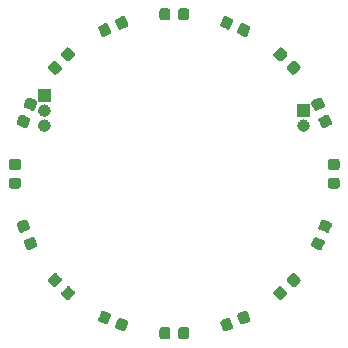
<source format=gbr>
G04 #@! TF.GenerationSoftware,KiCad,Pcbnew,(5.1.6)-1*
G04 #@! TF.CreationDate,2020-07-31T21:11:41-07:00*
G04 #@! TF.ProjectId,LED_Ring,4c45445f-5269-46e6-972e-6b696361645f,rev?*
G04 #@! TF.SameCoordinates,Original*
G04 #@! TF.FileFunction,Soldermask,Bot*
G04 #@! TF.FilePolarity,Negative*
%FSLAX46Y46*%
G04 Gerber Fmt 4.6, Leading zero omitted, Abs format (unit mm)*
G04 Created by KiCad (PCBNEW (5.1.6)-1) date 2020-07-31 21:11:41*
%MOMM*%
%LPD*%
G01*
G04 APERTURE LIST*
%ADD10C,0.100000*%
G04 APERTURE END LIST*
D10*
G36*
X111084497Y-93003799D02*
G01*
X111123107Y-93015511D01*
X111158693Y-93034533D01*
X111189876Y-93060124D01*
X111215467Y-93091307D01*
X111234489Y-93126893D01*
X111246201Y-93165503D01*
X111250400Y-93208141D01*
X111250400Y-93791859D01*
X111246201Y-93834497D01*
X111234489Y-93873107D01*
X111215467Y-93908693D01*
X111189876Y-93939876D01*
X111158693Y-93965467D01*
X111123107Y-93984489D01*
X111084497Y-93996201D01*
X111041859Y-94000400D01*
X110533141Y-94000400D01*
X110490503Y-93996201D01*
X110451893Y-93984489D01*
X110416307Y-93965467D01*
X110385124Y-93939876D01*
X110359533Y-93908693D01*
X110340511Y-93873107D01*
X110328799Y-93834497D01*
X110324600Y-93791859D01*
X110324600Y-93208141D01*
X110328799Y-93165503D01*
X110340511Y-93126893D01*
X110359533Y-93091307D01*
X110385124Y-93060124D01*
X110416307Y-93034533D01*
X110451893Y-93015511D01*
X110490503Y-93003799D01*
X110533141Y-92999600D01*
X111041859Y-92999600D01*
X111084497Y-93003799D01*
G37*
G36*
X109509497Y-93003799D02*
G01*
X109548107Y-93015511D01*
X109583693Y-93034533D01*
X109614876Y-93060124D01*
X109640467Y-93091307D01*
X109659489Y-93126893D01*
X109671201Y-93165503D01*
X109675400Y-93208141D01*
X109675400Y-93791859D01*
X109671201Y-93834497D01*
X109659489Y-93873107D01*
X109640467Y-93908693D01*
X109614876Y-93939876D01*
X109583693Y-93965467D01*
X109548107Y-93984489D01*
X109509497Y-93996201D01*
X109466859Y-94000400D01*
X108958141Y-94000400D01*
X108915503Y-93996201D01*
X108876893Y-93984489D01*
X108841307Y-93965467D01*
X108810124Y-93939876D01*
X108784533Y-93908693D01*
X108765511Y-93873107D01*
X108753799Y-93834497D01*
X108749600Y-93791859D01*
X108749600Y-93208141D01*
X108753799Y-93165503D01*
X108765511Y-93126893D01*
X108784533Y-93091307D01*
X108810124Y-93060124D01*
X108841307Y-93034533D01*
X108876893Y-93015511D01*
X108915503Y-93003799D01*
X108958141Y-92999600D01*
X109466859Y-92999600D01*
X109509497Y-93003799D01*
G37*
G36*
X105476819Y-92201650D02*
G01*
X105517835Y-92214092D01*
X105987819Y-92408765D01*
X106025605Y-92428963D01*
X106056799Y-92454562D01*
X106082388Y-92485743D01*
X106101409Y-92521329D01*
X106113120Y-92559935D01*
X106117075Y-92600085D01*
X106113121Y-92640232D01*
X106100679Y-92681247D01*
X106091917Y-92702400D01*
X106091916Y-92702404D01*
X106079911Y-92731386D01*
X105877305Y-93220522D01*
X105857105Y-93258311D01*
X105831513Y-93289496D01*
X105800323Y-93315093D01*
X105764741Y-93334112D01*
X105726135Y-93345823D01*
X105685985Y-93349778D01*
X105645839Y-93345824D01*
X105604823Y-93333382D01*
X105134839Y-93138709D01*
X105097053Y-93118511D01*
X105065859Y-93092912D01*
X105040270Y-93061731D01*
X105021249Y-93026145D01*
X105009538Y-92987539D01*
X105005583Y-92947389D01*
X105009537Y-92907242D01*
X105021979Y-92866227D01*
X105245353Y-92326952D01*
X105265553Y-92289163D01*
X105291145Y-92257978D01*
X105322335Y-92232381D01*
X105357917Y-92213362D01*
X105396523Y-92201651D01*
X105436673Y-92197696D01*
X105476819Y-92201650D01*
G37*
G36*
X114603477Y-92201651D02*
G01*
X114642083Y-92213362D01*
X114677669Y-92232383D01*
X114708850Y-92257972D01*
X114734449Y-92289166D01*
X114754647Y-92326952D01*
X114978021Y-92866227D01*
X114990463Y-92907243D01*
X114994417Y-92947389D01*
X114990462Y-92987539D01*
X114978751Y-93026145D01*
X114959732Y-93061727D01*
X114934135Y-93092917D01*
X114902950Y-93118509D01*
X114865161Y-93138709D01*
X114395177Y-93333382D01*
X114354162Y-93345824D01*
X114314015Y-93349778D01*
X114273865Y-93345823D01*
X114235259Y-93334112D01*
X114199673Y-93315091D01*
X114168492Y-93289502D01*
X114142893Y-93258308D01*
X114122695Y-93220522D01*
X113920089Y-92731386D01*
X113908084Y-92702404D01*
X113908083Y-92702400D01*
X113899321Y-92681247D01*
X113886879Y-92640231D01*
X113882925Y-92600085D01*
X113886880Y-92559935D01*
X113898591Y-92521329D01*
X113917610Y-92485747D01*
X113943207Y-92454557D01*
X113974392Y-92428965D01*
X114012181Y-92408765D01*
X114482165Y-92214092D01*
X114523180Y-92201650D01*
X114563327Y-92197696D01*
X114603477Y-92201651D01*
G37*
G36*
X116058587Y-91598925D02*
G01*
X116097193Y-91610636D01*
X116132779Y-91629657D01*
X116163960Y-91655246D01*
X116189559Y-91686440D01*
X116209757Y-91724226D01*
X116328586Y-92011106D01*
X116416296Y-92222856D01*
X116433131Y-92263501D01*
X116445573Y-92304517D01*
X116449527Y-92344663D01*
X116445572Y-92384813D01*
X116433861Y-92423419D01*
X116414842Y-92459001D01*
X116389245Y-92490191D01*
X116358060Y-92515783D01*
X116320271Y-92535983D01*
X115850287Y-92730656D01*
X115809272Y-92743098D01*
X115769125Y-92747052D01*
X115728975Y-92743097D01*
X115690369Y-92731386D01*
X115654783Y-92712365D01*
X115623602Y-92686776D01*
X115598003Y-92655582D01*
X115577805Y-92617796D01*
X115354431Y-92078521D01*
X115341989Y-92037505D01*
X115338035Y-91997359D01*
X115341990Y-91957209D01*
X115353701Y-91918603D01*
X115372720Y-91883021D01*
X115398317Y-91851831D01*
X115429502Y-91826239D01*
X115467291Y-91806039D01*
X115937275Y-91611366D01*
X115978290Y-91598924D01*
X116018437Y-91594970D01*
X116058587Y-91598925D01*
G37*
G36*
X104021709Y-91598924D02*
G01*
X104062725Y-91611366D01*
X104532709Y-91806039D01*
X104570495Y-91826237D01*
X104601689Y-91851836D01*
X104627278Y-91883017D01*
X104646299Y-91918603D01*
X104658010Y-91957209D01*
X104661965Y-91997359D01*
X104658011Y-92037506D01*
X104645569Y-92078521D01*
X104422195Y-92617796D01*
X104401995Y-92655585D01*
X104376403Y-92686770D01*
X104345213Y-92712367D01*
X104309631Y-92731386D01*
X104271025Y-92743097D01*
X104230875Y-92747052D01*
X104190729Y-92743098D01*
X104149713Y-92730656D01*
X103679729Y-92535983D01*
X103641943Y-92515785D01*
X103610749Y-92490186D01*
X103585160Y-92459005D01*
X103566139Y-92423419D01*
X103554428Y-92384813D01*
X103550473Y-92344663D01*
X103554427Y-92304516D01*
X103566869Y-92263501D01*
X103583705Y-92222856D01*
X103671414Y-92011106D01*
X103790243Y-91724226D01*
X103810443Y-91686437D01*
X103836035Y-91655252D01*
X103867225Y-91629655D01*
X103902807Y-91610636D01*
X103941413Y-91598925D01*
X103981563Y-91594970D01*
X104021709Y-91598924D01*
G37*
G36*
X119002725Y-89511181D02*
G01*
X119041335Y-89522893D01*
X119076921Y-89541915D01*
X119110043Y-89569097D01*
X119522787Y-89981841D01*
X119549969Y-90014963D01*
X119568991Y-90050549D01*
X119580703Y-90089159D01*
X119584657Y-90129306D01*
X119580703Y-90169453D01*
X119568991Y-90208063D01*
X119549969Y-90243649D01*
X119522787Y-90276771D01*
X119163077Y-90636481D01*
X119129955Y-90663663D01*
X119094369Y-90682685D01*
X119055759Y-90694397D01*
X119015612Y-90698351D01*
X118975465Y-90694397D01*
X118936855Y-90682685D01*
X118901269Y-90663663D01*
X118868147Y-90636481D01*
X118455403Y-90223737D01*
X118428221Y-90190615D01*
X118409199Y-90155029D01*
X118397487Y-90116419D01*
X118393533Y-90076272D01*
X118397487Y-90036125D01*
X118409199Y-89997515D01*
X118428221Y-89961929D01*
X118455403Y-89928807D01*
X118815113Y-89569097D01*
X118848235Y-89541915D01*
X118883821Y-89522893D01*
X118922431Y-89511181D01*
X118962578Y-89507227D01*
X119002725Y-89511181D01*
G37*
G36*
X101077569Y-89511181D02*
G01*
X101116179Y-89522893D01*
X101151765Y-89541915D01*
X101184887Y-89569097D01*
X101544597Y-89928807D01*
X101571779Y-89961929D01*
X101590801Y-89997515D01*
X101602513Y-90036125D01*
X101606467Y-90076272D01*
X101602513Y-90116419D01*
X101590801Y-90155029D01*
X101571779Y-90190615D01*
X101544597Y-90223737D01*
X101131853Y-90636481D01*
X101098731Y-90663663D01*
X101063145Y-90682685D01*
X101024535Y-90694397D01*
X100984388Y-90698351D01*
X100944241Y-90694397D01*
X100905631Y-90682685D01*
X100870045Y-90663663D01*
X100836923Y-90636481D01*
X100477213Y-90276771D01*
X100450031Y-90243649D01*
X100431009Y-90208063D01*
X100419297Y-90169453D01*
X100415343Y-90129306D01*
X100419297Y-90089159D01*
X100431009Y-90050549D01*
X100450031Y-90014963D01*
X100477213Y-89981841D01*
X100889957Y-89569097D01*
X100923079Y-89541915D01*
X100958665Y-89522893D01*
X100997275Y-89511181D01*
X101037422Y-89507227D01*
X101077569Y-89511181D01*
G37*
G36*
X120116419Y-88397487D02*
G01*
X120155029Y-88409199D01*
X120190615Y-88428221D01*
X120223737Y-88455403D01*
X120636481Y-88868147D01*
X120663663Y-88901269D01*
X120682685Y-88936855D01*
X120694397Y-88975465D01*
X120698351Y-89015612D01*
X120694397Y-89055759D01*
X120682685Y-89094369D01*
X120663663Y-89129955D01*
X120636481Y-89163077D01*
X120276771Y-89522787D01*
X120243649Y-89549969D01*
X120208063Y-89568991D01*
X120169453Y-89580703D01*
X120129306Y-89584657D01*
X120089159Y-89580703D01*
X120050549Y-89568991D01*
X120014963Y-89549969D01*
X119981841Y-89522787D01*
X119569097Y-89110043D01*
X119541915Y-89076921D01*
X119522893Y-89041335D01*
X119511181Y-89002725D01*
X119507227Y-88962578D01*
X119511181Y-88922431D01*
X119522893Y-88883821D01*
X119541915Y-88848235D01*
X119569097Y-88815113D01*
X119928807Y-88455403D01*
X119961929Y-88428221D01*
X119997515Y-88409199D01*
X120036125Y-88397487D01*
X120076272Y-88393533D01*
X120116419Y-88397487D01*
G37*
G36*
X99963875Y-88397487D02*
G01*
X100002485Y-88409199D01*
X100038071Y-88428221D01*
X100071193Y-88455403D01*
X100430903Y-88815113D01*
X100458085Y-88848235D01*
X100477107Y-88883821D01*
X100488819Y-88922431D01*
X100492773Y-88962578D01*
X100488819Y-89002725D01*
X100477107Y-89041335D01*
X100458085Y-89076921D01*
X100430903Y-89110043D01*
X100018159Y-89522787D01*
X99985037Y-89549969D01*
X99949451Y-89568991D01*
X99910841Y-89580703D01*
X99870694Y-89584657D01*
X99830547Y-89580703D01*
X99791937Y-89568991D01*
X99756351Y-89549969D01*
X99723229Y-89522787D01*
X99363519Y-89163077D01*
X99336337Y-89129955D01*
X99317315Y-89094369D01*
X99305603Y-89055759D01*
X99301649Y-89015612D01*
X99305603Y-88975465D01*
X99317315Y-88936855D01*
X99336337Y-88901269D01*
X99363519Y-88868147D01*
X99776263Y-88455403D01*
X99809385Y-88428221D01*
X99844971Y-88409199D01*
X99883581Y-88397487D01*
X99923728Y-88393533D01*
X99963875Y-88397487D01*
G37*
G36*
X98042791Y-85341990D02*
G01*
X98081397Y-85353701D01*
X98116979Y-85372720D01*
X98148169Y-85398317D01*
X98173761Y-85429502D01*
X98193961Y-85467291D01*
X98388634Y-85937275D01*
X98401076Y-85978290D01*
X98405030Y-86018437D01*
X98401075Y-86058587D01*
X98389364Y-86097193D01*
X98370343Y-86132779D01*
X98344754Y-86163960D01*
X98313560Y-86189559D01*
X98275774Y-86209757D01*
X97963455Y-86339123D01*
X97757656Y-86424368D01*
X97757652Y-86424369D01*
X97736499Y-86433131D01*
X97695483Y-86445573D01*
X97655337Y-86449527D01*
X97615187Y-86445572D01*
X97576581Y-86433861D01*
X97540999Y-86414842D01*
X97509809Y-86389245D01*
X97484217Y-86358060D01*
X97464017Y-86320271D01*
X97269344Y-85850287D01*
X97256902Y-85809272D01*
X97252948Y-85769125D01*
X97256903Y-85728975D01*
X97268614Y-85690369D01*
X97287635Y-85654783D01*
X97313224Y-85623602D01*
X97344418Y-85598003D01*
X97382204Y-85577805D01*
X97815528Y-85398317D01*
X97900322Y-85363194D01*
X97900326Y-85363193D01*
X97921479Y-85354431D01*
X97962495Y-85341989D01*
X98002641Y-85338035D01*
X98042791Y-85341990D01*
G37*
G36*
X122037506Y-85341989D02*
G01*
X122078521Y-85354431D01*
X122099674Y-85363193D01*
X122099678Y-85363194D01*
X122184472Y-85398317D01*
X122617796Y-85577805D01*
X122655585Y-85598005D01*
X122686770Y-85623597D01*
X122712367Y-85654787D01*
X122731386Y-85690369D01*
X122743097Y-85728975D01*
X122747052Y-85769125D01*
X122743098Y-85809271D01*
X122730656Y-85850287D01*
X122535983Y-86320271D01*
X122515785Y-86358057D01*
X122490186Y-86389251D01*
X122459005Y-86414840D01*
X122423419Y-86433861D01*
X122384813Y-86445572D01*
X122344663Y-86449527D01*
X122304516Y-86445573D01*
X122263501Y-86433131D01*
X122242348Y-86424369D01*
X122242344Y-86424368D01*
X122036545Y-86339123D01*
X121724226Y-86209757D01*
X121686437Y-86189557D01*
X121655252Y-86163965D01*
X121629655Y-86132775D01*
X121610636Y-86097193D01*
X121598925Y-86058587D01*
X121594970Y-86018437D01*
X121598924Y-85978291D01*
X121611366Y-85937275D01*
X121806039Y-85467291D01*
X121826237Y-85429505D01*
X121851836Y-85398311D01*
X121883017Y-85372722D01*
X121918603Y-85353701D01*
X121957209Y-85341990D01*
X121997359Y-85338035D01*
X122037506Y-85341989D01*
G37*
G36*
X97440065Y-83886880D02*
G01*
X97478671Y-83898591D01*
X97514253Y-83917610D01*
X97545443Y-83943207D01*
X97571035Y-83974392D01*
X97591235Y-84012181D01*
X97785908Y-84482165D01*
X97798350Y-84523180D01*
X97802304Y-84563327D01*
X97798349Y-84603477D01*
X97786638Y-84642083D01*
X97767617Y-84677669D01*
X97742028Y-84708850D01*
X97710834Y-84734449D01*
X97673048Y-84754647D01*
X97360729Y-84884013D01*
X97154930Y-84969258D01*
X97154926Y-84969259D01*
X97133773Y-84978021D01*
X97092757Y-84990463D01*
X97052611Y-84994417D01*
X97012461Y-84990462D01*
X96973855Y-84978751D01*
X96938273Y-84959732D01*
X96907083Y-84934135D01*
X96881491Y-84902950D01*
X96861291Y-84865161D01*
X96666618Y-84395177D01*
X96654176Y-84354162D01*
X96650222Y-84314015D01*
X96654177Y-84273865D01*
X96665888Y-84235259D01*
X96684909Y-84199673D01*
X96710498Y-84168492D01*
X96741692Y-84142893D01*
X96779478Y-84122695D01*
X97212802Y-83943207D01*
X97297596Y-83908084D01*
X97297600Y-83908083D01*
X97318753Y-83899321D01*
X97359769Y-83886879D01*
X97399915Y-83882925D01*
X97440065Y-83886880D01*
G37*
G36*
X122640232Y-83886879D02*
G01*
X122681247Y-83899321D01*
X122702400Y-83908083D01*
X122702404Y-83908084D01*
X122787198Y-83943207D01*
X123220522Y-84122695D01*
X123258311Y-84142895D01*
X123289496Y-84168487D01*
X123315093Y-84199677D01*
X123334112Y-84235259D01*
X123345823Y-84273865D01*
X123349778Y-84314015D01*
X123345824Y-84354161D01*
X123333382Y-84395177D01*
X123138709Y-84865161D01*
X123118511Y-84902947D01*
X123092912Y-84934141D01*
X123061731Y-84959730D01*
X123026145Y-84978751D01*
X122987539Y-84990462D01*
X122947389Y-84994417D01*
X122907242Y-84990463D01*
X122866227Y-84978021D01*
X122845074Y-84969259D01*
X122845070Y-84969258D01*
X122639271Y-84884013D01*
X122326952Y-84754647D01*
X122289163Y-84734447D01*
X122257978Y-84708855D01*
X122232381Y-84677665D01*
X122213362Y-84642083D01*
X122201651Y-84603477D01*
X122197696Y-84563327D01*
X122201650Y-84523181D01*
X122214092Y-84482165D01*
X122408765Y-84012181D01*
X122428963Y-83974395D01*
X122454562Y-83943201D01*
X122485743Y-83917612D01*
X122521329Y-83898591D01*
X122559935Y-83886880D01*
X122600085Y-83882925D01*
X122640232Y-83886879D01*
G37*
G36*
X123834497Y-80328799D02*
G01*
X123873107Y-80340511D01*
X123908693Y-80359533D01*
X123939876Y-80385124D01*
X123965467Y-80416307D01*
X123984489Y-80451893D01*
X123996201Y-80490503D01*
X124000400Y-80533141D01*
X124000400Y-81041859D01*
X123996201Y-81084497D01*
X123984489Y-81123107D01*
X123965467Y-81158693D01*
X123939876Y-81189876D01*
X123908693Y-81215467D01*
X123873107Y-81234489D01*
X123834497Y-81246201D01*
X123791859Y-81250400D01*
X123208141Y-81250400D01*
X123165503Y-81246201D01*
X123126893Y-81234489D01*
X123091307Y-81215467D01*
X123060124Y-81189876D01*
X123034533Y-81158693D01*
X123015511Y-81123107D01*
X123003799Y-81084497D01*
X122999600Y-81041859D01*
X122999600Y-80533141D01*
X123003799Y-80490503D01*
X123015511Y-80451893D01*
X123034533Y-80416307D01*
X123060124Y-80385124D01*
X123091307Y-80359533D01*
X123126893Y-80340511D01*
X123165503Y-80328799D01*
X123208141Y-80324600D01*
X123791859Y-80324600D01*
X123834497Y-80328799D01*
G37*
G36*
X96834497Y-80328799D02*
G01*
X96873107Y-80340511D01*
X96908693Y-80359533D01*
X96939876Y-80385124D01*
X96965467Y-80416307D01*
X96984489Y-80451893D01*
X96996201Y-80490503D01*
X97000400Y-80533141D01*
X97000400Y-81041859D01*
X96996201Y-81084497D01*
X96984489Y-81123107D01*
X96965467Y-81158693D01*
X96939876Y-81189876D01*
X96908693Y-81215467D01*
X96873107Y-81234489D01*
X96834497Y-81246201D01*
X96791859Y-81250400D01*
X96208141Y-81250400D01*
X96165503Y-81246201D01*
X96126893Y-81234489D01*
X96091307Y-81215467D01*
X96060124Y-81189876D01*
X96034533Y-81158693D01*
X96015511Y-81123107D01*
X96003799Y-81084497D01*
X95999600Y-81041859D01*
X95999600Y-80533141D01*
X96003799Y-80490503D01*
X96015511Y-80451893D01*
X96034533Y-80416307D01*
X96060124Y-80385124D01*
X96091307Y-80359533D01*
X96126893Y-80340511D01*
X96165503Y-80328799D01*
X96208141Y-80324600D01*
X96791859Y-80324600D01*
X96834497Y-80328799D01*
G37*
G36*
X96834497Y-78753799D02*
G01*
X96873107Y-78765511D01*
X96908693Y-78784533D01*
X96939876Y-78810124D01*
X96965467Y-78841307D01*
X96984489Y-78876893D01*
X96996201Y-78915503D01*
X97000400Y-78958141D01*
X97000400Y-79466859D01*
X96996201Y-79509497D01*
X96984489Y-79548107D01*
X96965467Y-79583693D01*
X96939876Y-79614876D01*
X96908693Y-79640467D01*
X96873107Y-79659489D01*
X96834497Y-79671201D01*
X96791859Y-79675400D01*
X96208141Y-79675400D01*
X96165503Y-79671201D01*
X96126893Y-79659489D01*
X96091307Y-79640467D01*
X96060124Y-79614876D01*
X96034533Y-79583693D01*
X96015511Y-79548107D01*
X96003799Y-79509497D01*
X95999600Y-79466859D01*
X95999600Y-78958141D01*
X96003799Y-78915503D01*
X96015511Y-78876893D01*
X96034533Y-78841307D01*
X96060124Y-78810124D01*
X96091307Y-78784533D01*
X96126893Y-78765511D01*
X96165503Y-78753799D01*
X96208141Y-78749600D01*
X96791859Y-78749600D01*
X96834497Y-78753799D01*
G37*
G36*
X123834497Y-78753799D02*
G01*
X123873107Y-78765511D01*
X123908693Y-78784533D01*
X123939876Y-78810124D01*
X123965467Y-78841307D01*
X123984489Y-78876893D01*
X123996201Y-78915503D01*
X124000400Y-78958141D01*
X124000400Y-79466859D01*
X123996201Y-79509497D01*
X123984489Y-79548107D01*
X123965467Y-79583693D01*
X123939876Y-79614876D01*
X123908693Y-79640467D01*
X123873107Y-79659489D01*
X123834497Y-79671201D01*
X123791859Y-79675400D01*
X123208141Y-79675400D01*
X123165503Y-79671201D01*
X123126893Y-79659489D01*
X123091307Y-79640467D01*
X123060124Y-79614876D01*
X123034533Y-79583693D01*
X123015511Y-79548107D01*
X123003799Y-79509497D01*
X122999600Y-79466859D01*
X122999600Y-78958141D01*
X123003799Y-78915503D01*
X123015511Y-78876893D01*
X123034533Y-78841307D01*
X123060124Y-78810124D01*
X123091307Y-78784533D01*
X123126893Y-78765511D01*
X123165503Y-78753799D01*
X123208141Y-78749600D01*
X123791859Y-78749600D01*
X123834497Y-78753799D01*
G37*
G36*
X99162934Y-75408691D02*
G01*
X99258548Y-75448295D01*
X99292971Y-75471296D01*
X99344603Y-75505795D01*
X99417785Y-75578977D01*
X99449929Y-75627084D01*
X99475285Y-75665032D01*
X99514889Y-75760646D01*
X99535080Y-75862152D01*
X99535080Y-75965648D01*
X99514889Y-76067154D01*
X99475285Y-76162768D01*
X99452284Y-76197191D01*
X99417785Y-76248823D01*
X99344603Y-76322005D01*
X99292971Y-76356504D01*
X99258548Y-76379505D01*
X99162934Y-76419109D01*
X99061428Y-76439300D01*
X98957932Y-76439300D01*
X98856426Y-76419109D01*
X98760812Y-76379505D01*
X98726389Y-76356504D01*
X98674757Y-76322005D01*
X98601575Y-76248823D01*
X98567076Y-76197191D01*
X98544075Y-76162768D01*
X98504471Y-76067154D01*
X98484280Y-75965648D01*
X98484280Y-75862152D01*
X98504471Y-75760646D01*
X98544075Y-75665032D01*
X98569431Y-75627084D01*
X98601575Y-75578977D01*
X98674757Y-75505795D01*
X98726389Y-75471296D01*
X98760812Y-75448295D01*
X98856426Y-75408691D01*
X98957932Y-75388500D01*
X99061428Y-75388500D01*
X99162934Y-75408691D01*
G37*
G36*
X121094834Y-75408211D02*
G01*
X121190448Y-75447815D01*
X121224871Y-75470816D01*
X121276503Y-75505315D01*
X121349685Y-75578497D01*
X121367275Y-75604823D01*
X121407185Y-75664552D01*
X121446789Y-75760166D01*
X121466980Y-75861672D01*
X121466980Y-75965168D01*
X121446789Y-76066674D01*
X121407185Y-76162288D01*
X121384184Y-76196711D01*
X121349685Y-76248343D01*
X121276503Y-76321525D01*
X121224871Y-76356024D01*
X121190448Y-76379025D01*
X121094834Y-76418629D01*
X120993328Y-76438820D01*
X120889832Y-76438820D01*
X120788326Y-76418629D01*
X120692712Y-76379025D01*
X120658289Y-76356024D01*
X120606657Y-76321525D01*
X120533475Y-76248343D01*
X120498976Y-76196711D01*
X120475975Y-76162288D01*
X120436371Y-76066674D01*
X120416180Y-75965168D01*
X120416180Y-75861672D01*
X120436371Y-75760166D01*
X120475975Y-75664552D01*
X120515885Y-75604823D01*
X120533475Y-75578497D01*
X120606657Y-75505315D01*
X120658289Y-75470816D01*
X120692712Y-75447815D01*
X120788326Y-75408211D01*
X120889832Y-75388020D01*
X120993328Y-75388020D01*
X121094834Y-75408211D01*
G37*
G36*
X97092758Y-75009537D02*
G01*
X97133773Y-75021979D01*
X97154926Y-75030741D01*
X97154930Y-75030742D01*
X97239724Y-75065865D01*
X97673048Y-75245353D01*
X97710837Y-75265553D01*
X97742022Y-75291145D01*
X97767619Y-75322335D01*
X97786638Y-75357917D01*
X97798349Y-75396523D01*
X97802304Y-75436673D01*
X97798350Y-75476819D01*
X97785908Y-75517835D01*
X97591235Y-75987819D01*
X97571037Y-76025605D01*
X97545438Y-76056799D01*
X97514257Y-76082388D01*
X97478671Y-76101409D01*
X97440065Y-76113120D01*
X97399915Y-76117075D01*
X97359768Y-76113121D01*
X97318753Y-76100679D01*
X97297600Y-76091917D01*
X97297596Y-76091916D01*
X97091797Y-76006671D01*
X96779478Y-75877305D01*
X96741689Y-75857105D01*
X96710504Y-75831513D01*
X96684907Y-75800323D01*
X96665888Y-75764741D01*
X96654177Y-75726135D01*
X96650222Y-75685985D01*
X96654176Y-75645839D01*
X96666618Y-75604823D01*
X96861291Y-75134839D01*
X96881489Y-75097053D01*
X96907088Y-75065859D01*
X96938269Y-75040270D01*
X96973855Y-75021249D01*
X97012461Y-75009538D01*
X97052611Y-75005583D01*
X97092758Y-75009537D01*
G37*
G36*
X122987539Y-75009538D02*
G01*
X123026145Y-75021249D01*
X123061727Y-75040268D01*
X123092917Y-75065865D01*
X123118509Y-75097050D01*
X123138709Y-75134839D01*
X123333382Y-75604823D01*
X123345824Y-75645838D01*
X123349778Y-75685985D01*
X123345823Y-75726135D01*
X123334112Y-75764741D01*
X123315091Y-75800327D01*
X123289502Y-75831508D01*
X123258308Y-75857107D01*
X123220522Y-75877305D01*
X122908203Y-76006671D01*
X122702404Y-76091916D01*
X122702400Y-76091917D01*
X122681247Y-76100679D01*
X122640231Y-76113121D01*
X122600085Y-76117075D01*
X122559935Y-76113120D01*
X122521329Y-76101409D01*
X122485747Y-76082390D01*
X122454557Y-76056793D01*
X122428965Y-76025608D01*
X122408765Y-75987819D01*
X122214092Y-75517835D01*
X122201650Y-75476820D01*
X122197696Y-75436673D01*
X122201651Y-75396523D01*
X122213362Y-75357917D01*
X122232383Y-75322331D01*
X122257972Y-75291150D01*
X122289166Y-75265551D01*
X122326952Y-75245353D01*
X122760276Y-75065865D01*
X122845070Y-75030742D01*
X122845074Y-75030741D01*
X122866227Y-75021979D01*
X122907243Y-75009537D01*
X122947389Y-75005583D01*
X122987539Y-75009538D01*
G37*
G36*
X99162934Y-74138691D02*
G01*
X99258548Y-74178295D01*
X99292971Y-74201296D01*
X99344603Y-74235795D01*
X99417785Y-74308977D01*
X99442332Y-74345715D01*
X99475285Y-74395032D01*
X99514889Y-74490646D01*
X99535080Y-74592152D01*
X99535080Y-74695648D01*
X99514889Y-74797154D01*
X99475285Y-74892768D01*
X99452284Y-74927191D01*
X99417785Y-74978823D01*
X99344603Y-75052005D01*
X99301337Y-75080914D01*
X99258548Y-75109505D01*
X99162934Y-75149109D01*
X99061428Y-75169300D01*
X98957932Y-75169300D01*
X98856426Y-75149109D01*
X98760812Y-75109505D01*
X98718023Y-75080914D01*
X98674757Y-75052005D01*
X98601575Y-74978823D01*
X98567076Y-74927191D01*
X98544075Y-74892768D01*
X98504471Y-74797154D01*
X98484280Y-74695648D01*
X98484280Y-74592152D01*
X98504471Y-74490646D01*
X98544075Y-74395032D01*
X98577028Y-74345715D01*
X98601575Y-74308977D01*
X98674757Y-74235795D01*
X98726389Y-74201296D01*
X98760812Y-74178295D01*
X98856426Y-74138691D01*
X98957932Y-74118500D01*
X99061428Y-74118500D01*
X99162934Y-74138691D01*
G37*
G36*
X121466980Y-75168820D02*
G01*
X120416180Y-75168820D01*
X120416180Y-74118020D01*
X121466980Y-74118020D01*
X121466980Y-75168820D01*
G37*
G36*
X97695484Y-73554427D02*
G01*
X97736499Y-73566869D01*
X97757652Y-73575631D01*
X97757656Y-73575632D01*
X97842450Y-73610755D01*
X98275774Y-73790243D01*
X98313563Y-73810443D01*
X98344748Y-73836035D01*
X98370345Y-73867225D01*
X98388680Y-73901528D01*
X98394212Y-73909808D01*
X98401254Y-73916850D01*
X98409534Y-73922382D01*
X98410298Y-73922698D01*
X98406043Y-73930659D01*
X98403152Y-73940189D01*
X98402176Y-73950099D01*
X98402421Y-73955078D01*
X98405030Y-73981563D01*
X98401076Y-74021709D01*
X98388634Y-74062725D01*
X98193961Y-74532709D01*
X98173763Y-74570495D01*
X98148164Y-74601689D01*
X98116983Y-74627278D01*
X98081397Y-74646299D01*
X98042791Y-74658010D01*
X98002641Y-74661965D01*
X97962494Y-74658011D01*
X97921479Y-74645569D01*
X97900326Y-74636807D01*
X97900322Y-74636806D01*
X97694523Y-74551561D01*
X97382204Y-74422195D01*
X97344415Y-74401995D01*
X97313230Y-74376403D01*
X97287633Y-74345213D01*
X97268614Y-74309631D01*
X97256903Y-74271025D01*
X97252948Y-74230875D01*
X97256902Y-74190729D01*
X97269344Y-74149713D01*
X97464017Y-73679729D01*
X97484215Y-73641943D01*
X97509814Y-73610749D01*
X97540995Y-73585160D01*
X97576581Y-73566139D01*
X97615187Y-73554428D01*
X97655337Y-73550473D01*
X97695484Y-73554427D01*
G37*
G36*
X122384813Y-73554428D02*
G01*
X122423419Y-73566139D01*
X122459001Y-73585158D01*
X122490191Y-73610755D01*
X122515783Y-73641940D01*
X122535983Y-73679729D01*
X122730656Y-74149713D01*
X122743098Y-74190728D01*
X122747052Y-74230875D01*
X122743097Y-74271025D01*
X122731386Y-74309631D01*
X122712365Y-74345217D01*
X122686776Y-74376398D01*
X122655582Y-74401997D01*
X122617796Y-74422195D01*
X122305477Y-74551561D01*
X122099678Y-74636806D01*
X122099674Y-74636807D01*
X122078521Y-74645569D01*
X122037505Y-74658011D01*
X121997359Y-74661965D01*
X121957209Y-74658010D01*
X121918603Y-74646299D01*
X121883021Y-74627280D01*
X121851831Y-74601683D01*
X121826239Y-74570498D01*
X121806039Y-74532709D01*
X121611366Y-74062725D01*
X121598924Y-74021710D01*
X121594970Y-73981563D01*
X121598925Y-73941413D01*
X121610636Y-73902807D01*
X121629657Y-73867221D01*
X121655246Y-73836040D01*
X121686440Y-73810441D01*
X121724226Y-73790243D01*
X122157550Y-73610755D01*
X122242344Y-73575632D01*
X122242348Y-73575631D01*
X122263501Y-73566869D01*
X122304517Y-73554427D01*
X122344663Y-73550473D01*
X122384813Y-73554428D01*
G37*
G36*
X99535080Y-73899300D02*
G01*
X98479204Y-73899300D01*
X98482092Y-73892329D01*
X98484035Y-73882562D01*
X98484280Y-73877582D01*
X98484280Y-72848500D01*
X99535080Y-72848500D01*
X99535080Y-73899300D01*
G37*
G36*
X99910841Y-70419297D02*
G01*
X99949451Y-70431009D01*
X99985037Y-70450031D01*
X100018159Y-70477213D01*
X100430903Y-70889957D01*
X100458085Y-70923079D01*
X100477107Y-70958665D01*
X100488819Y-70997275D01*
X100492773Y-71037422D01*
X100488819Y-71077569D01*
X100477107Y-71116179D01*
X100458085Y-71151765D01*
X100430903Y-71184887D01*
X100071193Y-71544597D01*
X100038071Y-71571779D01*
X100002485Y-71590801D01*
X99963875Y-71602513D01*
X99923728Y-71606467D01*
X99883581Y-71602513D01*
X99844971Y-71590801D01*
X99809385Y-71571779D01*
X99776263Y-71544597D01*
X99363519Y-71131853D01*
X99336337Y-71098731D01*
X99317315Y-71063145D01*
X99305603Y-71024535D01*
X99301649Y-70984388D01*
X99305603Y-70944241D01*
X99317315Y-70905631D01*
X99336337Y-70870045D01*
X99363519Y-70836923D01*
X99723229Y-70477213D01*
X99756351Y-70450031D01*
X99791937Y-70431009D01*
X99830547Y-70419297D01*
X99870694Y-70415343D01*
X99910841Y-70419297D01*
G37*
G36*
X120169453Y-70419297D02*
G01*
X120208063Y-70431009D01*
X120243649Y-70450031D01*
X120276771Y-70477213D01*
X120636481Y-70836923D01*
X120663663Y-70870045D01*
X120682685Y-70905631D01*
X120694397Y-70944241D01*
X120698351Y-70984388D01*
X120694397Y-71024535D01*
X120682685Y-71063145D01*
X120663663Y-71098731D01*
X120636481Y-71131853D01*
X120223737Y-71544597D01*
X120190615Y-71571779D01*
X120155029Y-71590801D01*
X120116419Y-71602513D01*
X120076272Y-71606467D01*
X120036125Y-71602513D01*
X119997515Y-71590801D01*
X119961929Y-71571779D01*
X119928807Y-71544597D01*
X119569097Y-71184887D01*
X119541915Y-71151765D01*
X119522893Y-71116179D01*
X119511181Y-71077569D01*
X119507227Y-71037422D01*
X119511181Y-70997275D01*
X119522893Y-70958665D01*
X119541915Y-70923079D01*
X119569097Y-70889957D01*
X119981841Y-70477213D01*
X120014963Y-70450031D01*
X120050549Y-70431009D01*
X120089159Y-70419297D01*
X120129306Y-70415343D01*
X120169453Y-70419297D01*
G37*
G36*
X119055759Y-69305603D02*
G01*
X119094369Y-69317315D01*
X119129955Y-69336337D01*
X119163077Y-69363519D01*
X119522787Y-69723229D01*
X119549969Y-69756351D01*
X119568991Y-69791937D01*
X119580703Y-69830547D01*
X119584657Y-69870694D01*
X119580703Y-69910841D01*
X119568991Y-69949451D01*
X119549969Y-69985037D01*
X119522787Y-70018159D01*
X119110043Y-70430903D01*
X119076921Y-70458085D01*
X119041335Y-70477107D01*
X119002725Y-70488819D01*
X118962578Y-70492773D01*
X118922431Y-70488819D01*
X118883821Y-70477107D01*
X118848235Y-70458085D01*
X118815113Y-70430903D01*
X118455403Y-70071193D01*
X118428221Y-70038071D01*
X118409199Y-70002485D01*
X118397487Y-69963875D01*
X118393533Y-69923728D01*
X118397487Y-69883581D01*
X118409199Y-69844971D01*
X118428221Y-69809385D01*
X118455403Y-69776263D01*
X118868147Y-69363519D01*
X118901269Y-69336337D01*
X118936855Y-69317315D01*
X118975465Y-69305603D01*
X119015612Y-69301649D01*
X119055759Y-69305603D01*
G37*
G36*
X101024535Y-69305603D02*
G01*
X101063145Y-69317315D01*
X101098731Y-69336337D01*
X101131853Y-69363519D01*
X101544597Y-69776263D01*
X101571779Y-69809385D01*
X101590801Y-69844971D01*
X101602513Y-69883581D01*
X101606467Y-69923728D01*
X101602513Y-69963875D01*
X101590801Y-70002485D01*
X101571779Y-70038071D01*
X101544597Y-70071193D01*
X101184887Y-70430903D01*
X101151765Y-70458085D01*
X101116179Y-70477107D01*
X101077569Y-70488819D01*
X101037422Y-70492773D01*
X100997275Y-70488819D01*
X100958665Y-70477107D01*
X100923079Y-70458085D01*
X100889957Y-70430903D01*
X100477213Y-70018159D01*
X100450031Y-69985037D01*
X100431009Y-69949451D01*
X100419297Y-69910841D01*
X100415343Y-69870694D01*
X100419297Y-69830547D01*
X100431009Y-69791937D01*
X100450031Y-69756351D01*
X100477213Y-69723229D01*
X100836923Y-69363519D01*
X100870045Y-69336337D01*
X100905631Y-69317315D01*
X100944241Y-69305603D01*
X100984388Y-69301649D01*
X101024535Y-69305603D01*
G37*
G36*
X104271025Y-67256903D02*
G01*
X104309631Y-67268614D01*
X104345217Y-67287635D01*
X104376398Y-67313224D01*
X104401997Y-67344418D01*
X104422195Y-67382204D01*
X104645569Y-67921479D01*
X104658011Y-67962495D01*
X104661965Y-68002641D01*
X104658010Y-68042791D01*
X104646299Y-68081397D01*
X104627280Y-68116979D01*
X104601683Y-68148169D01*
X104570498Y-68173761D01*
X104532709Y-68193961D01*
X104062725Y-68388634D01*
X104021710Y-68401076D01*
X103981563Y-68405030D01*
X103941413Y-68401075D01*
X103902807Y-68389364D01*
X103867221Y-68370343D01*
X103836040Y-68344754D01*
X103810441Y-68313560D01*
X103790243Y-68275774D01*
X103587637Y-67786638D01*
X103575632Y-67757656D01*
X103575631Y-67757652D01*
X103566869Y-67736499D01*
X103554427Y-67695483D01*
X103550473Y-67655337D01*
X103554428Y-67615187D01*
X103566139Y-67576581D01*
X103585158Y-67540999D01*
X103610755Y-67509809D01*
X103641940Y-67484217D01*
X103679729Y-67464017D01*
X104149713Y-67269344D01*
X104190728Y-67256902D01*
X104230875Y-67252948D01*
X104271025Y-67256903D01*
G37*
G36*
X115809271Y-67256902D02*
G01*
X115850287Y-67269344D01*
X116320271Y-67464017D01*
X116358057Y-67484215D01*
X116389251Y-67509814D01*
X116414840Y-67540995D01*
X116433861Y-67576581D01*
X116445572Y-67615187D01*
X116449527Y-67655337D01*
X116445573Y-67695484D01*
X116433131Y-67736499D01*
X116424369Y-67757652D01*
X116424368Y-67757656D01*
X116412363Y-67786638D01*
X116209757Y-68275774D01*
X116189557Y-68313563D01*
X116163965Y-68344748D01*
X116132775Y-68370345D01*
X116097193Y-68389364D01*
X116058587Y-68401075D01*
X116018437Y-68405030D01*
X115978291Y-68401076D01*
X115937275Y-68388634D01*
X115467291Y-68193961D01*
X115429505Y-68173763D01*
X115398311Y-68148164D01*
X115372722Y-68116983D01*
X115353701Y-68081397D01*
X115341990Y-68042791D01*
X115338035Y-68002641D01*
X115341989Y-67962494D01*
X115354431Y-67921479D01*
X115577805Y-67382204D01*
X115598005Y-67344415D01*
X115623597Y-67313230D01*
X115654787Y-67287633D01*
X115690369Y-67268614D01*
X115728975Y-67256903D01*
X115769125Y-67252948D01*
X115809271Y-67256902D01*
G37*
G36*
X114354161Y-66654176D02*
G01*
X114395177Y-66666618D01*
X114865161Y-66861291D01*
X114902947Y-66881489D01*
X114934141Y-66907088D01*
X114959730Y-66938269D01*
X114978751Y-66973855D01*
X114990462Y-67012461D01*
X114994417Y-67052611D01*
X114990463Y-67092758D01*
X114978021Y-67133773D01*
X114754647Y-67673048D01*
X114734447Y-67710837D01*
X114708855Y-67742022D01*
X114677665Y-67767619D01*
X114642083Y-67786638D01*
X114603477Y-67798349D01*
X114563327Y-67802304D01*
X114523181Y-67798350D01*
X114482165Y-67785908D01*
X114012181Y-67591235D01*
X113974395Y-67571037D01*
X113943201Y-67545438D01*
X113917612Y-67514257D01*
X113898591Y-67478671D01*
X113886880Y-67440065D01*
X113882925Y-67399915D01*
X113886879Y-67359768D01*
X113899321Y-67318753D01*
X113916157Y-67278108D01*
X114003866Y-67066358D01*
X114122695Y-66779478D01*
X114142895Y-66741689D01*
X114168487Y-66710504D01*
X114199677Y-66684907D01*
X114235259Y-66665888D01*
X114273865Y-66654177D01*
X114314015Y-66650222D01*
X114354161Y-66654176D01*
G37*
G36*
X105726135Y-66654177D02*
G01*
X105764741Y-66665888D01*
X105800327Y-66684909D01*
X105831508Y-66710498D01*
X105857107Y-66741692D01*
X105877305Y-66779478D01*
X105996134Y-67066358D01*
X106083844Y-67278108D01*
X106100679Y-67318753D01*
X106113121Y-67359769D01*
X106117075Y-67399915D01*
X106113120Y-67440065D01*
X106101409Y-67478671D01*
X106082390Y-67514253D01*
X106056793Y-67545443D01*
X106025608Y-67571035D01*
X105987819Y-67591235D01*
X105517835Y-67785908D01*
X105476820Y-67798350D01*
X105436673Y-67802304D01*
X105396523Y-67798349D01*
X105357917Y-67786638D01*
X105322331Y-67767617D01*
X105291150Y-67742028D01*
X105265551Y-67710834D01*
X105245353Y-67673048D01*
X105021979Y-67133773D01*
X105009537Y-67092757D01*
X105005583Y-67052611D01*
X105009538Y-67012461D01*
X105021249Y-66973855D01*
X105040268Y-66938273D01*
X105065865Y-66907083D01*
X105097050Y-66881491D01*
X105134839Y-66861291D01*
X105604823Y-66666618D01*
X105645838Y-66654176D01*
X105685985Y-66650222D01*
X105726135Y-66654177D01*
G37*
G36*
X111084497Y-66003799D02*
G01*
X111123107Y-66015511D01*
X111158693Y-66034533D01*
X111189876Y-66060124D01*
X111215467Y-66091307D01*
X111234489Y-66126893D01*
X111246201Y-66165503D01*
X111250400Y-66208141D01*
X111250400Y-66791859D01*
X111246201Y-66834497D01*
X111234489Y-66873107D01*
X111215467Y-66908693D01*
X111189876Y-66939876D01*
X111158693Y-66965467D01*
X111123107Y-66984489D01*
X111084497Y-66996201D01*
X111041859Y-67000400D01*
X110533141Y-67000400D01*
X110490503Y-66996201D01*
X110451893Y-66984489D01*
X110416307Y-66965467D01*
X110385124Y-66939876D01*
X110359533Y-66908693D01*
X110340511Y-66873107D01*
X110328799Y-66834497D01*
X110324600Y-66791859D01*
X110324600Y-66208141D01*
X110328799Y-66165503D01*
X110340511Y-66126893D01*
X110359533Y-66091307D01*
X110385124Y-66060124D01*
X110416307Y-66034533D01*
X110451893Y-66015511D01*
X110490503Y-66003799D01*
X110533141Y-65999600D01*
X111041859Y-65999600D01*
X111084497Y-66003799D01*
G37*
G36*
X109509497Y-66003799D02*
G01*
X109548107Y-66015511D01*
X109583693Y-66034533D01*
X109614876Y-66060124D01*
X109640467Y-66091307D01*
X109659489Y-66126893D01*
X109671201Y-66165503D01*
X109675400Y-66208141D01*
X109675400Y-66791859D01*
X109671201Y-66834497D01*
X109659489Y-66873107D01*
X109640467Y-66908693D01*
X109614876Y-66939876D01*
X109583693Y-66965467D01*
X109548107Y-66984489D01*
X109509497Y-66996201D01*
X109466859Y-67000400D01*
X108958141Y-67000400D01*
X108915503Y-66996201D01*
X108876893Y-66984489D01*
X108841307Y-66965467D01*
X108810124Y-66939876D01*
X108784533Y-66908693D01*
X108765511Y-66873107D01*
X108753799Y-66834497D01*
X108749600Y-66791859D01*
X108749600Y-66208141D01*
X108753799Y-66165503D01*
X108765511Y-66126893D01*
X108784533Y-66091307D01*
X108810124Y-66060124D01*
X108841307Y-66034533D01*
X108876893Y-66015511D01*
X108915503Y-66003799D01*
X108958141Y-65999600D01*
X109466859Y-65999600D01*
X109509497Y-66003799D01*
G37*
M02*

</source>
